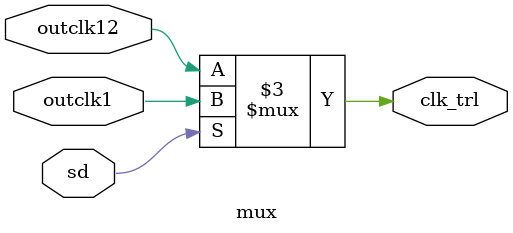
<source format=v>
`timescale 1ns / 1ps


module mux(
input outclk1,outclk12,sd,
output reg clk_trl
    );
    always@(*) begin
    if(sd)
    clk_trl=outclk1;
    else
    clk_trl=outclk12;
    end
endmodule

</source>
